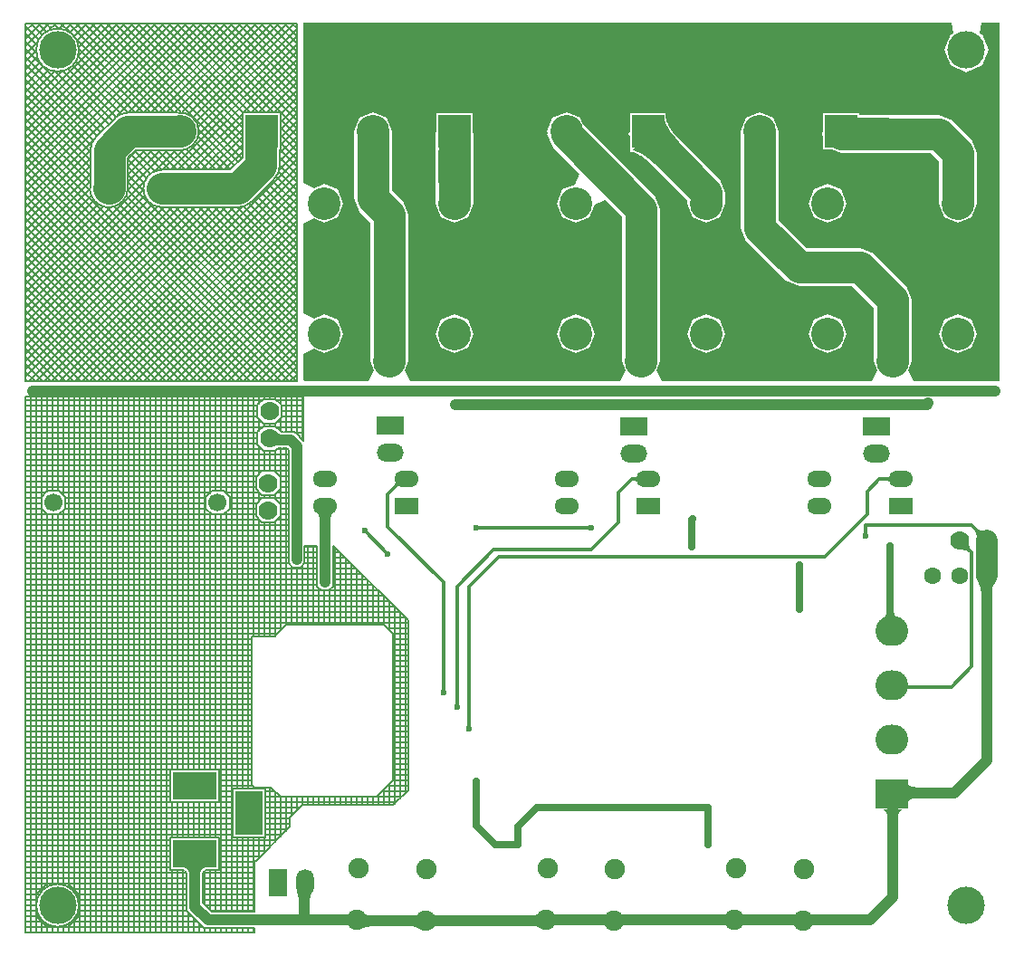
<source format=gbl>
G04*
G04 #@! TF.GenerationSoftware,Altium Limited,Altium Designer,19.0.12 (326)*
G04*
G04 Layer_Physical_Order=2*
G04 Layer_Color=16711680*
%FSTAX24Y24*%
%MOIN*%
G70*
G01*
G75*
%ADD18C,0.0080*%
%ADD70C,0.0276*%
%ADD71C,0.0394*%
%ADD72C,0.0118*%
%ADD73C,0.0787*%
%ADD74C,0.0700*%
%ADD75C,0.1200*%
%ADD76R,0.1200X0.1200*%
%ADD77O,0.1000X0.0650*%
%ADD78R,0.1000X0.0650*%
%ADD79R,0.0900X0.0600*%
%ADD80O,0.0900X0.0600*%
%ADD81R,0.1000X0.1600*%
%ADD82R,0.1600X0.1000*%
%ADD83C,0.0600*%
%ADD84C,0.0669*%
%ADD85C,0.0750*%
%ADD86C,0.0630*%
%ADD87R,0.0630X0.0630*%
%ADD88R,0.0650X0.1000*%
%ADD89O,0.0650X0.1000*%
%ADD90O,0.1200X0.1100*%
%ADD91R,0.1200X0.1100*%
%ADD92C,0.1378*%
%ADD93C,0.0236*%
%ADD94C,0.1181*%
G36*
X014853Y011007D02*
X014851Y011082D01*
X014845Y011149D01*
X014835Y011208D01*
X014822Y011259D01*
X014804Y011303D01*
X014782Y011338D01*
X014757Y011366D01*
X014727Y011385D01*
X014694Y011397D01*
X014656Y011401D01*
X015444D01*
X015406Y011397D01*
X015373Y011385D01*
X015343Y011366D01*
X015318Y011338D01*
X015296Y011303D01*
X015278Y011259D01*
X015265Y011208D01*
X015255Y011149D01*
X015249Y011082D01*
X015247Y011007D01*
X014853D01*
D02*
G37*
G36*
X018884Y01004D02*
X018883Y010108D01*
X01887Y010291D01*
X018863Y010344D01*
X018842Y010438D01*
X01883Y01048D01*
X018815Y010517D01*
X018799Y01055D01*
X019371Y010494D01*
X019353Y010469D01*
X019337Y010439D01*
X019323Y010403D01*
X019311Y010362D01*
X019301Y010316D01*
X019292Y010265D01*
X019281Y010147D01*
X019278Y010081D01*
X019277Y010009D01*
X018884Y01004D01*
D02*
G37*
G36*
X021546Y009228D02*
X021505Y009228D01*
X021399Y00922D01*
X02137Y009215D01*
X021343Y009209D01*
X02132Y009202D01*
X0213Y009194D01*
X021283Y009185D01*
X021268Y009175D01*
X021324Y009697D01*
X021338Y009683D01*
X021354Y00967D01*
X021374Y009659D01*
X021396Y009649D01*
X021422Y009641D01*
X021451Y009634D01*
X021482Y009629D01*
X021517Y009625D01*
X021596Y009622D01*
X021546Y009228D01*
D02*
G37*
G36*
X022996Y009622D02*
X023037Y009623D01*
X02311Y009628D01*
X023142Y009632D01*
X023171Y009638D01*
X023197Y009645D01*
X02322Y009654D01*
X023241Y009664D01*
X023258Y009675D01*
X023272Y009688D01*
Y009162D01*
X023258Y009175D01*
X023241Y009186D01*
X02322Y009196D01*
X023197Y009205D01*
X023171Y009212D01*
X023142Y009218D01*
X02311Y009222D01*
X023037Y009227D01*
X022996Y009228D01*
Y009622D01*
D02*
G37*
G36*
X024096Y009248D02*
X024055Y009247D01*
X023982Y009242D01*
X02395Y009237D01*
X023921Y00923D01*
X023895Y009223D01*
X023872Y009213D01*
X023852Y009203D01*
X023835Y009191D01*
X023821Y009177D01*
X023793Y009701D01*
X023808Y00969D01*
X023825Y00968D01*
X023846Y009671D01*
X023869Y009663D01*
X023895Y009657D01*
X023925Y009651D01*
X023957Y009647D01*
X02403Y009642D01*
X024071Y009642D01*
X024096Y009248D01*
D02*
G37*
G36*
X025209Y016673D02*
X025209Y01666D01*
X025211Y016638D01*
X025213Y016627D01*
X025215Y016618D01*
X025218Y01661D01*
X025221Y016602D01*
X025224Y016595D01*
X025228Y016589D01*
X025233Y016584D01*
X025067D01*
X025072Y016589D01*
X025076Y016595D01*
X025079Y016602D01*
X025082Y01661D01*
X025085Y016618D01*
X025087Y016627D01*
X025089Y016638D01*
X02509Y016649D01*
X025091Y016673D01*
X025209D01*
D02*
G37*
G36*
X024759Y017473D02*
X024759Y01746D01*
X024761Y017438D01*
X024763Y017427D01*
X024765Y017418D01*
X024768Y01741D01*
X024771Y017402D01*
X024774Y017395D01*
X024778Y017389D01*
X024783Y017384D01*
X024617D01*
X024622Y017389D01*
X024626Y017395D01*
X024629Y017402D01*
X024632Y01741D01*
X024635Y017418D01*
X024637Y017427D01*
X024639Y017438D01*
X02464Y017449D01*
X024641Y017473D01*
X024759D01*
D02*
G37*
G36*
X04355Y023396D02*
X043556Y023306D01*
X043562Y023266D01*
X043569Y02323D01*
X043578Y023197D01*
X04359Y023167D01*
X043602Y023141D01*
X043617Y023118D01*
X043634Y023099D01*
X04355Y023016D01*
X043531Y023032D01*
X043508Y023047D01*
X043482Y02306D01*
X043453Y023071D01*
X04342Y02308D01*
X043383Y023088D01*
X043343Y023094D01*
X043253Y0231D01*
X043203Y0231D01*
X043549Y023447D01*
X04355Y023396D01*
D02*
G37*
G36*
X044492Y021832D02*
X044472Y02182D01*
X044454Y021801D01*
X044439Y021773D01*
X044426Y021738D01*
X044416Y021695D01*
X044407Y021643D01*
X044402Y021584D01*
X044397Y021443D01*
X044003D01*
X044002Y021517D01*
X043993Y021643D01*
X043984Y021695D01*
X043974Y021738D01*
X043961Y021773D01*
X043946Y021801D01*
X043928Y02182D01*
X043908Y021832D01*
X043886Y021836D01*
X044514D01*
X044492Y021832D01*
D02*
G37*
G36*
X040789Y020867D02*
X040793Y020814D01*
X0408Y020767D01*
X04081Y020727D01*
X040822Y020694D01*
X040837Y020666D01*
X040855Y020646D01*
X040876Y020632D01*
X040899Y020625D01*
X040925Y020624D01*
X040375Y020577D01*
X040401Y020582D01*
X040424Y020594D01*
X040445Y020612D01*
X040463Y020636D01*
X040478Y020666D01*
X04049Y020702D01*
X0405Y020745D01*
X040507Y020794D01*
X040511Y020849D01*
X040512Y02091D01*
X040788Y020926D01*
X040789Y020867D01*
D02*
G37*
G36*
X041298Y018157D02*
X041301Y018147D01*
X041307Y018138D01*
X041315Y01813D01*
X041326Y018124D01*
X04134Y018118D01*
X041356Y018114D01*
X041375Y018111D01*
X041397Y01811D01*
X041422Y018109D01*
X04141Y017991D01*
X041386Y01799D01*
X041364Y017989D01*
X041344Y017986D01*
X041327Y017982D01*
X041313Y017976D01*
X0413Y01797D01*
X041291Y017962D01*
X041284Y017953D01*
X041279Y017943D01*
X041277Y017932D01*
X041298Y018168D01*
X041298Y018157D01*
D02*
G37*
G36*
X041306Y014506D02*
X041318Y014473D01*
X041338Y014443D01*
X041365Y014418D01*
X041401Y014396D01*
X041444Y014378D01*
X041495Y014365D01*
X041555Y014355D01*
X041622Y014349D01*
X041697Y014347D01*
Y013953D01*
X041622Y013951D01*
X041555Y013945D01*
X041495Y013935D01*
X041444Y013922D01*
X041401Y013904D01*
X041365Y013882D01*
X041338Y013857D01*
X041318Y013827D01*
X041306Y013794D01*
X041302Y013756D01*
Y014544D01*
X041306Y014506D01*
D02*
G37*
G36*
X041106Y013547D02*
X041073Y013535D01*
X041043Y013515D01*
X041018Y013488D01*
X040996Y013452D01*
X040978Y013409D01*
X040965Y013358D01*
X040955Y013299D01*
X040949Y013232D01*
X040947Y013157D01*
X040553D01*
X040551Y013232D01*
X040545Y013299D01*
X040535Y013358D01*
X040522Y013409D01*
X040504Y013452D01*
X040482Y013488D01*
X040457Y013515D01*
X040427Y013535D01*
X040394Y013547D01*
X040356Y013551D01*
X041144D01*
X041106Y013547D01*
D02*
G37*
G36*
X027727Y009189D02*
X027712Y0092D01*
X027695Y00921D01*
X027674Y009219D01*
X027651Y009227D01*
X027625Y009233D01*
X027595Y009239D01*
X027563Y009243D01*
X02749Y009248D01*
X027449Y009248D01*
X027424Y009642D01*
X027465Y009643D01*
X027538Y009648D01*
X02757Y009653D01*
X027599Y00966D01*
X027625Y009667D01*
X027648Y009677D01*
X027668Y009687D01*
X027685Y009699D01*
X027699Y009713D01*
X027727Y009189D01*
D02*
G37*
G36*
X044671Y0293D02*
X041525D01*
X041317Y029694D01*
X041464Y03005D01*
X041451Y030083D01*
Y032304D01*
X041244Y032802D01*
X040048Y033998D01*
X03955Y034204D01*
X037592D01*
X036554Y035242D01*
Y0384D01*
X036539Y038438D01*
X036564Y0385D01*
X036355Y039005D01*
X03585Y039214D01*
X035345Y039005D01*
X035136Y0385D01*
X035161Y038438D01*
X035146Y0384D01*
Y03495D01*
X035352Y034452D01*
X036802Y033002D01*
X0373Y032796D01*
X039258D01*
X040042Y032012D01*
Y030066D01*
X040036Y03005D01*
X040183Y029694D01*
X039975Y0293D01*
X032258D01*
X03205Y029694D01*
X032198Y03005D01*
X032187Y030075D01*
Y03565D01*
X031981Y036148D01*
X029319Y03881D01*
X029238Y039005D01*
X028733Y039214D01*
X028228Y039005D01*
X028019Y0385D01*
X028045Y038438D01*
X028029Y0384D01*
X028235Y037902D01*
X029209Y036928D01*
X029036Y036545D01*
X028578Y036355D01*
X028369Y03585D01*
X028578Y035345D01*
X029083Y035136D01*
X029588Y035345D01*
X029778Y035803D01*
X030161Y035976D01*
X030779Y035358D01*
Y030075D01*
X030769Y03005D01*
X030917Y029694D01*
X030709Y0293D01*
X022991D01*
X022783Y029694D01*
X022931Y03005D01*
X022921Y030075D01*
Y035428D01*
X022715Y035926D01*
X022321Y03632D01*
Y0384D01*
X022305Y038438D01*
X022331Y0385D01*
X022122Y039005D01*
X021617Y039214D01*
X021112Y039005D01*
X020902Y0385D01*
X020928Y038438D01*
X020913Y0384D01*
Y036028D01*
X021119Y03553D01*
X021513Y035137D01*
Y030075D01*
X021502Y03005D01*
X02165Y029694D01*
X021442Y0293D01*
X0191D01*
X01905Y02935D01*
Y030292D01*
X019444Y03049D01*
X019817Y030336D01*
X020322Y030545D01*
X020531Y03105D01*
X020322Y031555D01*
X019817Y031764D01*
X019444Y03161D01*
X01905Y031808D01*
Y035092D01*
X019444Y03529D01*
X019817Y035136D01*
X020322Y035345D01*
X020531Y03585D01*
X020322Y036355D01*
X019817Y036564D01*
X019444Y03641D01*
X01905Y036608D01*
Y042506D01*
X042916D01*
X042994Y042112D01*
X042891Y042069D01*
X042654Y041496D01*
X042891Y040923D01*
X043465Y040685D01*
X044038Y040923D01*
X044275Y041496D01*
X044038Y042069D01*
X043935Y042112D01*
X044013Y042506D01*
X044671D01*
Y0293D01*
D02*
G37*
G36*
X018095Y037895D02*
X018092Y037875D01*
X01809Y037842D01*
X018083Y037577D01*
X018081Y037241D01*
X0169D01*
X016901Y037901D01*
X018099D01*
X018095Y037895D01*
D02*
G37*
G36*
X018093Y027395D02*
X018106Y027385D01*
X018123Y027376D01*
X018143Y027368D01*
X018166Y027362D01*
X018192Y027356D01*
X018221Y027352D01*
X018289Y027347D01*
X018328Y027347D01*
X018258Y026953D01*
X018219Y026953D01*
X018094Y026945D01*
X018071Y026942D01*
X018052Y026938D01*
X018035Y026933D01*
X018022Y026928D01*
X018012Y026922D01*
X018082Y027407D01*
X018093Y027395D01*
D02*
G37*
G36*
X040625Y025582D02*
X040624Y025594D01*
X04062Y025604D01*
X040613Y025612D01*
X040603Y02562D01*
X040591Y025626D01*
X040576Y025632D01*
X040558Y025636D01*
X040537Y025639D01*
X040514Y02564D01*
X040488Y025641D01*
Y025759D01*
X040514Y02576D01*
X040537Y025761D01*
X040558Y025764D01*
X040576Y025768D01*
X040591Y025774D01*
X040603Y02578D01*
X040613Y025788D01*
X04062Y025796D01*
X040624Y025806D01*
X040625Y025818D01*
Y025582D01*
D02*
G37*
G36*
X031325D02*
X031324Y025594D01*
X03132Y025604D01*
X031313Y025612D01*
X031303Y02562D01*
X031291Y025626D01*
X031276Y025632D01*
X031258Y025636D01*
X031237Y025639D01*
X031214Y02564D01*
X031188Y025641D01*
Y025759D01*
X031214Y02576D01*
X031237Y025761D01*
X031258Y025764D01*
X031276Y025768D01*
X031291Y025774D01*
X031303Y02578D01*
X031313Y025788D01*
X03132Y025796D01*
X031324Y025806D01*
X031325Y025818D01*
Y025582D01*
D02*
G37*
G36*
X022589Y025423D02*
X02258Y02543D01*
X02257Y025434D01*
X022559Y025435D01*
X022547Y025434D01*
X022534Y025429D01*
X022519Y025422D01*
X022504Y025413D01*
X022487Y0254D01*
X022469Y025385D01*
X02245Y025367D01*
X022367Y02545D01*
X022385Y025469D01*
X0224Y025487D01*
X022413Y025504D01*
X022422Y025519D01*
X022429Y025534D01*
X022434Y025547D01*
X022435Y025559D01*
X022434Y02557D01*
X02243Y02558D01*
X022423Y025589D01*
X022589Y025423D01*
D02*
G37*
G36*
X020206Y024522D02*
X020172Y024506D01*
X020143Y02448D01*
X020117Y024444D01*
X020096Y024398D01*
X020078Y024341D01*
X020064Y024274D01*
X020055Y024196D01*
X020049Y024109D01*
X020047Y024011D01*
X019653D01*
X019651Y024109D01*
X019636Y024274D01*
X019622Y024341D01*
X019604Y024398D01*
X019583Y024444D01*
X019557Y02448D01*
X019528Y024506D01*
X019494Y024522D01*
X019457Y024527D01*
X020243D01*
X020206Y024522D01*
D02*
G37*
G36*
X029566Y023817D02*
X029561Y023822D01*
X029555Y023826D01*
X029548Y023829D01*
X02954Y023832D01*
X029532Y023835D01*
X029523Y023837D01*
X029512Y023839D01*
X029501Y02384D01*
X029477Y023841D01*
Y023959D01*
X02949Y023959D01*
X029512Y023961D01*
X029523Y023963D01*
X029532Y023965D01*
X02954Y023968D01*
X029548Y023971D01*
X029555Y023974D01*
X029561Y023978D01*
X029566Y023983D01*
Y023817D01*
D02*
G37*
G36*
X025489Y023978D02*
X025495Y023974D01*
X025502Y023971D01*
X02551Y023968D01*
X025518Y023965D01*
X025527Y023963D01*
X025538Y023961D01*
X025549Y02396D01*
X025573Y023959D01*
Y023841D01*
X02556Y023841D01*
X025538Y023839D01*
X025527Y023837D01*
X025518Y023835D01*
X02551Y023832D01*
X025502Y023829D01*
X025495Y023826D01*
X025489Y023822D01*
X025484Y023817D01*
Y023983D01*
X025489Y023978D01*
D02*
G37*
G36*
X043852Y023881D02*
X043868Y023868D01*
X04389Y023853D01*
X043916Y02384D01*
X043946Y023829D01*
X043979Y02382D01*
X044015Y023812D01*
X044055Y023806D01*
X044146Y0238D01*
X044196Y0238D01*
X044085Y023689D01*
X044086Y023688D01*
X044119Y02367D01*
X044148Y023657D01*
X044175Y023649D01*
X044199Y023647D01*
X044003Y02345D01*
X044Y023474D01*
X043992Y023501D01*
X043979Y023531D01*
X043962Y023563D01*
X043961Y023565D01*
X043849Y023454D01*
X043849Y023504D01*
X043843Y023594D01*
X043837Y023634D01*
X04383Y02367D01*
X04382Y023703D01*
X043809Y023733D01*
X043796Y023759D01*
X043782Y023782D01*
X043774Y023791D01*
X043746Y023819D01*
X04383Y023903D01*
X043852Y023881D01*
D02*
G37*
%LPC*%
G36*
X03951Y03916D02*
X03819D01*
Y038507D01*
X038146Y0384D01*
X03819Y038293D01*
Y03784D01*
X038502D01*
X03885Y037696D01*
X042158D01*
X042442Y037412D01*
Y035866D01*
X042436Y03585D01*
X042645Y035345D01*
X04315Y035136D01*
X043655Y035345D01*
X043864Y03585D01*
X043851Y035883D01*
Y037704D01*
X043644Y038202D01*
X042948Y038898D01*
X04245Y039104D01*
X03951D01*
Y03916D01*
D02*
G37*
G36*
X03835Y036564D02*
X037845Y036355D01*
X037636Y03585D01*
X037845Y035345D01*
X03835Y035136D01*
X038855Y035345D01*
X039064Y03585D01*
X038855Y036355D01*
X03835Y036564D01*
D02*
G37*
G36*
X032393Y03916D02*
X031073D01*
Y038507D01*
X031029Y0384D01*
X031073Y038293D01*
Y03784D01*
X031073D01*
X03107Y037808D01*
X03107Y037807D01*
X03107Y037801D01*
X03107Y037801D01*
X031078Y037781D01*
X031078Y037781D01*
X031084Y03776D01*
X031084Y03776D01*
X031087Y037759D01*
X031089Y037755D01*
X031089Y037755D01*
X031089Y037755D01*
X031089Y037755D01*
X031109Y037747D01*
X031128Y037737D01*
X031128Y037737D01*
X031199Y037729D01*
X031276Y037707D01*
X031366Y037668D01*
X03139Y037654D01*
X031467Y037612D01*
X031578Y037539D01*
X031656Y037482D01*
X033176Y035962D01*
Y035866D01*
X033169Y03585D01*
X033378Y035345D01*
X033883Y035136D01*
X034388Y035345D01*
X034598Y03585D01*
X034584Y035883D01*
Y036254D01*
X034378Y036752D01*
X032652Y038477D01*
X032594Y038555D01*
X032521Y038667D01*
X032466Y038768D01*
X032427Y038857D01*
X032404Y038934D01*
X032397Y039006D01*
X032393Y039012D01*
Y03916D01*
D02*
G37*
G36*
X025277D02*
X023957D01*
Y038507D01*
X023913Y0384D01*
Y035875D01*
X023902Y03585D01*
X024112Y035345D01*
X024617Y035136D01*
X025122Y035345D01*
X025331Y03585D01*
X025321Y035875D01*
Y0384D01*
X025277Y038507D01*
Y03916D01*
D02*
G37*
G36*
X04315Y031764D02*
X042645Y031555D01*
X042436Y03105D01*
X042645Y030545D01*
X04315Y030336D01*
X043655Y030545D01*
X043864Y03105D01*
X043655Y031555D01*
X04315Y031764D01*
D02*
G37*
G36*
X03835D02*
X037845Y031555D01*
X037636Y03105D01*
X037845Y030545D01*
X03835Y030336D01*
X038855Y030545D01*
X039064Y03105D01*
X038855Y031555D01*
X03835Y031764D01*
D02*
G37*
G36*
X033883D02*
X033378Y031555D01*
X033169Y03105D01*
X033378Y030545D01*
X033883Y030336D01*
X034388Y030545D01*
X034598Y03105D01*
X034388Y031555D01*
X033883Y031764D01*
D02*
G37*
G36*
X029083D02*
X028578Y031555D01*
X028369Y03105D01*
X028578Y030545D01*
X029083Y030336D01*
X029588Y030545D01*
X029798Y03105D01*
X029588Y031555D01*
X029083Y031764D01*
D02*
G37*
G36*
X024617D02*
X024112Y031555D01*
X023902Y03105D01*
X024112Y030545D01*
X024617Y030336D01*
X025122Y030545D01*
X025331Y03105D01*
X025122Y031555D01*
X024617Y031764D01*
D02*
G37*
%LPD*%
G36*
X039461Y038997D02*
X039496Y038996D01*
X04063Y038991D01*
Y037809D01*
X039449Y037801D01*
Y038999D01*
X039461Y038997D01*
D02*
G37*
G36*
X03234Y038922D02*
X032366Y038835D01*
X032407Y038739D01*
X032466Y038633D01*
X032541Y038518D01*
X032633Y038394D01*
X032867Y038116D01*
X033167Y037801D01*
X032332Y036966D01*
X03217Y037125D01*
X03174Y037501D01*
X031615Y037592D01*
X0315Y037668D01*
X031395Y037726D01*
X031298Y037768D01*
X031212Y037793D01*
X031135Y037801D01*
X032332Y038999D01*
X03234Y038922D01*
D02*
G37*
G36*
X025214Y037789D02*
X025213Y037754D01*
X025207Y03662D01*
X024026D01*
X024018Y037801D01*
X025215D01*
X025214Y037789D01*
D02*
G37*
D18*
X0152Y0385D02*
G03*
X014385Y039191I-0007J0D01*
G01*
Y037809D02*
G03*
X0152Y0385I000115J000691D01*
G01*
X017979Y036752D02*
G03*
X018181Y03723I-000488J000488D01*
G01*
X017978Y036752D02*
G03*
X018181Y03723I-000488J000489D01*
G01*
X01665Y035709D02*
G03*
X017139Y035912I0J000691D01*
G01*
X01665Y035709D02*
G03*
X017138Y035912I0J000691D01*
G01*
X01385Y037091D02*
G03*
X01385Y035709I0J-000691D01*
G01*
X012592Y039191D02*
G03*
X012103Y038988I0J-000691D01*
G01*
X012592Y039191D02*
G03*
X012104Y038988I0J-000691D01*
G01*
X012388Y03593D02*
G03*
X012591Y036418I-000488J000488D01*
G01*
X012388Y03593D02*
G03*
X012591Y036418I-000488J000489D01*
G01*
X010789Y041496D02*
G03*
X010789Y041496I-000789J0D01*
G01*
D02*
G03*
X010789Y041496I-000789J0D01*
G01*
X011412Y038297D02*
G03*
X011209Y037808I000488J-000489D01*
G01*
X011412Y038296D02*
G03*
X011209Y037808I000488J-000488D01*
G01*
Y036559D02*
G03*
X01237Y035912I000672J-000159D01*
G01*
X01Y010789D02*
G03*
X009211Y01I0J-000789D01*
G01*
X010789D02*
G03*
X01Y010789I-000789J0D01*
G01*
Y009211D02*
G03*
X010789Y01I0J000789D01*
G01*
X009211D02*
G03*
X01Y009211I000789J0D01*
G01*
X01805Y042479D02*
X0188Y041728D01*
X017767Y042479D02*
X0188Y041446D01*
X017484Y042479D02*
X0188Y041163D01*
X018615Y042479D02*
X0188Y042294D01*
X018332Y042479D02*
X0188Y042011D01*
X016855Y0392D02*
X0188Y041145D01*
X016635Y042479D02*
X0188Y040314D01*
X017138Y0392D02*
X0188Y040862D01*
X017201Y042479D02*
X0188Y04088D01*
X016918Y042479D02*
X0188Y040597D01*
X016353Y042479D02*
X0188Y040031D01*
X015787Y042479D02*
X0188Y039466D01*
X01607Y042479D02*
X0188Y039748D01*
X014974Y039015D02*
X018437Y042479D01*
X015504D02*
X0188Y039183D01*
X015221Y042479D02*
X0188Y0389D01*
X015182Y038658D02*
X0188Y042276D01*
X01519Y038383D02*
X0188Y041993D01*
X015101Y038859D02*
X01872Y042479D01*
X014938D02*
X0188Y038617D01*
X0182Y038565D02*
X0188Y039165D01*
X0182Y038848D02*
X0188Y039448D01*
X0182Y038934D02*
X0188Y038334D01*
X0182Y03913D02*
X0188Y03973D01*
X0182Y038848D02*
X0188Y039448D01*
X0182Y038651D02*
X0188Y038051D01*
X0182Y038282D02*
X0188Y038882D01*
X0182Y038086D02*
X0188Y037486D01*
X0182Y037905D02*
Y0392D01*
Y0378D02*
Y037892D01*
X017987Y0392D02*
X0188Y040013D01*
X017704Y0392D02*
X0188Y040296D01*
X0182Y037999D02*
X0188Y038599D01*
X017421Y0392D02*
X0188Y040579D01*
X0168Y0392D02*
X0182D01*
Y037803D02*
X0188Y037203D01*
X018184Y037417D02*
X0188Y038033D01*
X018171Y037121D02*
X0188Y03775D01*
X0182Y038369D02*
X0188Y037769D01*
X018188Y037704D02*
X0188Y038316D01*
X014587Y039195D02*
X017871Y042479D01*
X014373D02*
X017651Y0392D01*
X014655Y042479D02*
X017934Y0392D01*
X014018Y039191D02*
X017306Y042479D01*
X01409D02*
X017369Y0392D01*
X014805Y03913D02*
X018154Y042479D01*
X0143Y039191D02*
X017589Y042479D01*
X0168Y039145D02*
X016855Y0392D01*
X0168Y038491D02*
Y0392D01*
X013524Y042479D02*
X016803Y0392D01*
X013452Y039191D02*
X01674Y042479D01*
X013807D02*
X017086Y0392D01*
X012603Y039191D02*
X015892Y042479D01*
X013169Y039191D02*
X016457Y042479D01*
X013241D02*
X0168Y03892D01*
X012676Y042479D02*
X0168Y038354D01*
X013735Y039191D02*
X017023Y042479D01*
X012886Y039191D02*
X016174Y042479D01*
X012958D02*
X0168Y038637D01*
Y037905D02*
Y038491D01*
Y037905D02*
Y038491D01*
X018191Y0378D02*
X018192Y037836D01*
X0168Y0378D02*
Y037905D01*
Y0378D02*
Y037905D01*
X018185Y037576D02*
X018191Y0378D01*
X0168Y037527D02*
Y0378D01*
X018183Y03724D02*
X018185Y037576D01*
X016799Y037525D02*
X016799Y037901D01*
X016364Y037091D02*
X016799Y037525D01*
X012592Y039191D02*
X014385D01*
X012878Y037809D02*
X014385D01*
X012591Y037522D02*
X012878Y037809D01*
X012591Y037481D02*
X012919Y037809D01*
X015877Y037091D02*
X0168Y038013D01*
X015199Y038541D02*
X016507Y037233D01*
X01616Y037091D02*
X016799Y037729D01*
X015168Y03829D02*
X016365Y037092D01*
X012591Y037198D02*
X013202Y037809D01*
X018142Y037012D02*
X0188Y036354D01*
X018044Y036828D02*
X0188Y036071D01*
X017908Y036681D02*
X0188Y035789D01*
X018184Y037536D02*
X0188Y03692D01*
X018183Y037254D02*
X0188Y036637D01*
X017483Y036257D02*
X0188Y03494D01*
X017342Y036115D02*
X0188Y034657D01*
X017201Y035974D02*
X0188Y034374D01*
X017766Y03654D02*
X0188Y035506D01*
X017625Y036398D02*
X0188Y035223D01*
X017053Y035839D02*
X0188Y034092D01*
X016865Y035744D02*
X0188Y033809D01*
X015485Y035709D02*
X0188Y032395D01*
X01418Y037091D02*
X0188Y04171D01*
X014463Y037091D02*
X0188Y041427D01*
X014071Y035709D02*
X0188Y03098D01*
X013785Y035713D02*
X0188Y030697D01*
X014354Y035709D02*
X0188Y031263D01*
X015202Y035709D02*
X0188Y032112D01*
X014637Y035709D02*
X0188Y031546D01*
X017986Y0293D02*
X0188Y030114D01*
X017703Y0293D02*
X0188Y030397D01*
X018552Y0293D02*
X0188Y029548D01*
X016616Y035709D02*
X0188Y033526D01*
X016334Y035709D02*
X0188Y033243D01*
X017138Y0293D02*
X0188Y030962D01*
X016572Y0293D02*
X0188Y031528D01*
X017421Y0293D02*
X0188Y030679D01*
X016855Y0293D02*
X0188Y031245D01*
X018269Y0293D02*
X0188Y029831D01*
X016006Y0293D02*
X0188Y032094D01*
X014919Y035709D02*
X0188Y031829D01*
X016289Y0293D02*
X0188Y031811D01*
X016051Y035709D02*
X0188Y03296D01*
X015768Y035709D02*
X0188Y032677D01*
X014592Y0293D02*
X0188Y033508D01*
X013461Y0293D02*
X0188Y034639D01*
X015441Y0293D02*
X0188Y032659D01*
X013744Y0293D02*
X0188Y034356D01*
X015724Y0293D02*
X0188Y032376D01*
X014938Y037954D02*
X015801Y037091D01*
X014746D02*
X0168Y039145D01*
X014759Y03785D02*
X015518Y037091D01*
X014234Y037809D02*
X014953Y037091D01*
X014525Y0378D02*
X015235Y037091D01*
X0188Y0293D02*
Y042479D01*
X015029Y037091D02*
X0168Y038862D01*
X015312Y037091D02*
X0168Y038579D01*
X015595Y037091D02*
X0168Y038296D01*
X015074Y0381D02*
X016084Y037091D01*
X013951Y037809D02*
X01467Y037091D01*
X013897D02*
X014617Y03781D01*
X013668Y037809D02*
X014387Y037091D01*
X013102Y037809D02*
X013822Y03709D01*
X013385Y037809D02*
X014104Y037091D01*
X013542Y037018D02*
X014333Y037809D01*
X012591Y036632D02*
X013768Y037809D01*
X012849Y03778D02*
X013589Y037039D01*
X012591Y036915D02*
X013485Y037809D01*
X012707Y037639D02*
X013412Y036934D01*
X017139Y035912D02*
X017978Y036752D01*
X014875Y0293D02*
X0188Y033225D01*
X014309Y0293D02*
X0188Y033791D01*
X015158Y0293D02*
X0188Y032942D01*
X01385Y035709D02*
X01665D01*
X014026Y0293D02*
X0188Y034074D01*
X012591Y03719D02*
X013187Y036593D01*
X01385Y037091D02*
X016364D01*
X012591Y036418D02*
Y037522D01*
Y036907D02*
X013163Y036335D01*
X012612Y0293D02*
X0188Y035488D01*
X012895Y0293D02*
X0188Y035205D01*
X012591Y036624D02*
X0188Y030415D01*
X013178Y0293D02*
X0188Y034922D01*
X010979Y042479D02*
X014267Y039191D01*
X010696Y042479D02*
X013984Y039191D01*
X011261Y042479D02*
X014541Y039199D01*
X010768Y041315D02*
X011932Y042479D01*
X010413D02*
X013701Y039191D01*
X01211Y042479D02*
X016799Y03779D01*
X011827Y042479D02*
X01679Y037516D01*
X012393Y042479D02*
X0168Y038071D01*
X012195Y039065D02*
X015609Y042479D01*
X011544D02*
X016648Y037375D01*
X00882Y037388D02*
X013912Y042479D01*
X00882Y03767D02*
X013629Y042479D01*
X00882D02*
X0188D01*
X00882Y038519D02*
X01278Y042479D01*
X00882Y037953D02*
X013346Y042479D01*
X00882Y036256D02*
X015043Y042479D01*
X00882Y036539D02*
X01476Y042479D01*
X00882Y035973D02*
X015326Y042479D01*
X00882Y037105D02*
X014194Y042479D01*
X00882Y036822D02*
X014477Y042479D01*
X010788Y041538D02*
X013135Y039191D01*
X01076Y041283D02*
X012853Y039191D01*
X010781Y04161D02*
X011649Y042479D01*
X012591Y037473D02*
X013277Y036786D01*
X012587Y036345D02*
X014051Y037809D01*
X011412Y038297D02*
X012103Y038988D01*
X010674Y041086D02*
X01257Y03919D01*
X010598Y042011D02*
X013418Y039191D01*
X010548Y040929D02*
X012336Y039141D01*
X00882Y039085D02*
X012215Y042479D01*
X010386Y040808D02*
X012158Y039037D01*
X00882Y038802D02*
X012497Y042479D01*
X00882Y038236D02*
X013063Y042479D01*
X010183Y040729D02*
X012013Y038898D01*
X00882Y041526D02*
X011731Y038615D01*
X009917Y040711D02*
X011872Y038757D01*
X01004Y042284D02*
X010235Y042479D01*
X009847D02*
X010042Y042284D01*
X010275Y042236D02*
X010517Y042479D01*
X009564D02*
X009787Y042256D01*
X009698Y042225D02*
X009952Y042479D01*
X010606Y042001D02*
X011083Y042479D01*
X010459Y042138D02*
X0108Y042479D01*
X010716Y041828D02*
X011366Y042479D01*
X009281D02*
X00959Y04217D01*
X01013Y042479D02*
X010515Y042094D01*
X008999Y042479D02*
X009433Y042045D01*
X00882Y041913D02*
X009386Y042479D01*
X00882Y042374D02*
X009312Y041882D01*
X00882Y042196D02*
X009103Y042479D01*
X00882Y042091D02*
X009233Y041679D01*
X00882Y04163D02*
X009669Y042479D01*
X00882Y041808D02*
X009215Y041413D01*
X00882Y041347D02*
X009271Y041798D01*
X00882Y040394D02*
X011232Y037983D01*
X00882Y040111D02*
X011209Y037722D01*
X00882Y039828D02*
X011209Y037439D01*
X00882Y039263D02*
X011209Y036874D01*
X00882Y039546D02*
X011209Y037157D01*
X00882Y03898D02*
X011209Y036591D01*
X00882Y038697D02*
X011195Y036322D01*
X011209Y036559D02*
Y037808D01*
X00882Y040216D02*
X009495Y04089D01*
X00882Y040499D02*
X009358Y041037D01*
X00882Y039933D02*
X009668Y04078D01*
X00882Y041065D02*
X009212Y041456D01*
X00882Y040782D02*
X00926Y041222D01*
X00882Y04096D02*
X011448Y038333D01*
X00882Y041243D02*
X011589Y038474D01*
X00882Y040677D02*
X011318Y03818D01*
X00882Y039367D02*
X010181Y040728D01*
X00882Y03965D02*
X009886Y040715D01*
X012587Y036345D02*
X0188Y030132D01*
X012525Y036124D02*
X0188Y029849D01*
X012412Y035955D02*
X0188Y029566D01*
X012047Y0293D02*
X0188Y036053D01*
X012261Y035823D02*
X018783Y0293D01*
X011481D02*
X0188Y036619D01*
X011198Y0293D02*
X0188Y036902D01*
X011764Y0293D02*
X0188Y036336D01*
X010632Y0293D02*
X0188Y037468D01*
X010915Y0293D02*
X0188Y037185D01*
X00882Y036717D02*
X016238Y0293D01*
X00882Y037D02*
X016521Y0293D01*
X00882Y036434D02*
X015955Y0293D01*
X00882Y036152D02*
X015672Y0293D01*
X00882Y035869D02*
X015389Y0293D01*
X00882Y038131D02*
X017652Y0293D01*
X00882Y038414D02*
X017935Y0293D01*
X00882Y037849D02*
X017369Y0293D01*
X00882Y037566D02*
X017086Y0293D01*
X00882Y037283D02*
X016803Y0293D01*
X009501D02*
X01591Y035709D01*
X009218Y0293D02*
X015628Y035709D01*
X009784Y0293D02*
X016193Y035709D01*
X008935Y0293D02*
X015345Y035709D01*
X00882Y03502D02*
X014541Y0293D01*
X012329D02*
X0188Y035771D01*
X012066Y035735D02*
X0185Y0293D01*
X011804Y035714D02*
X018218Y0293D01*
X01035D02*
X016769Y03572D01*
X010067Y0293D02*
X016476Y035709D01*
X00882Y029468D02*
X015062Y035709D01*
X00882Y029751D02*
X014779Y035709D01*
X00882Y029468D02*
X015062Y035709D01*
X00882Y030317D02*
X014213Y035709D01*
X00882Y030034D02*
X014496Y035709D01*
X00882Y035303D02*
X014823Y0293D01*
X00882Y035586D02*
X015106Y0293D01*
X00882D02*
X0188D01*
X00882Y034737D02*
X014258Y0293D01*
X00882Y034454D02*
X013975Y0293D01*
X00882Y035408D02*
X011209Y037797D01*
X00882Y035691D02*
X011335Y038205D01*
X00882Y035125D02*
X011209Y037514D01*
X00882Y034842D02*
X011209Y037231D01*
X00882Y032296D02*
X013232Y036708D01*
X00882Y034559D02*
X011209Y036948D01*
X00882Y034276D02*
X011209Y036665D01*
X00882Y0293D02*
Y042479D01*
Y033993D02*
X011192Y036365D01*
X00882Y032862D02*
X011694Y035735D01*
X00882Y033145D02*
X0115Y035824D01*
X00882Y032579D02*
X011955Y035713D01*
X00882Y033711D02*
X011244Y036134D01*
X00882Y033428D02*
X011351Y035958D01*
X00882Y031165D02*
X013475Y03582D01*
X00882Y031448D02*
X013325Y035952D01*
X00882Y030882D02*
X013671Y035733D01*
X00882Y032014D02*
X013161Y036354D01*
X00882Y031731D02*
X013216Y036126D01*
X00882Y031626D02*
X011147Y0293D01*
X00882Y031909D02*
X011429Y0293D01*
X00882Y031343D02*
X010864Y0293D01*
X00882Y03106D02*
X010581Y0293D01*
X00882Y030778D02*
X010298Y0293D01*
X00882Y030212D02*
X009732Y0293D01*
X00882Y030495D02*
X010015Y0293D01*
X00882Y029929D02*
X009449Y0293D01*
X00882Y029646D02*
X009167Y0293D01*
X00882Y029363D02*
X008884Y0293D01*
X00882Y034172D02*
X013692Y0293D01*
X00882Y030599D02*
X013931Y035709D01*
X00882Y033889D02*
X013409Y0293D01*
X00882Y033606D02*
X013126Y0293D01*
X00882Y033323D02*
X012844Y0293D01*
X00882Y03304D02*
X012561Y0293D01*
X00882Y032757D02*
X012278Y0293D01*
X00882Y032475D02*
X011995Y0293D01*
X00882Y032192D02*
X011712Y0293D01*
X019Y02875D02*
X01905Y0287D01*
X0188Y027365D02*
Y02875D01*
X018718Y027447D02*
X018866Y027298D01*
X018765Y0274D02*
X01905D01*
X018718Y027447D02*
X018866Y027298D01*
X0186Y027447D02*
Y02875D01*
X018421Y027447D02*
X018718D01*
X018421D02*
X018718D01*
X018346D02*
X018421D01*
X019Y027165D02*
Y02875D01*
X01905Y027115D02*
Y0287D01*
X018948Y027216D02*
X01905Y027115D01*
X018965Y0272D02*
X01905D01*
X018948Y027216D02*
X01905Y027115D01*
X018866Y027298D02*
X018948Y027216D01*
X018421Y026853D02*
X018503Y026771D01*
Y022602D02*
Y026771D01*
X018268Y026853D02*
X018421D01*
X01825Y0284D02*
X01905D01*
X01825Y0282D02*
X01905D01*
X018075Y0286D02*
X01905D01*
X01825Y028D02*
X01905D01*
X018075Y0278D02*
X01905D01*
X018075Y0268D02*
X018474D01*
X018075Y0276D02*
X01905D01*
X018175Y0258D02*
X018503D01*
X017975Y026D02*
X018503D01*
X0182Y0246D02*
X018503D01*
X018175Y0248D02*
X018503D01*
X0182Y0244D02*
X018503D01*
X018075Y0242D02*
X018503D01*
X0182Y0254D02*
X018503D01*
X0182Y0256D02*
X018503D01*
X018075Y0252D02*
X018503D01*
X016332Y025D02*
X018503D01*
X020147Y0224D02*
X021D01*
X020147Y0222D02*
X0212D01*
X020147Y0226D02*
X0208D01*
X020147Y0218D02*
X0216D01*
X020147Y022D02*
X0214D01*
X020147Y0232D02*
X0202D01*
X020147Y021752D02*
Y02325D01*
Y0228D02*
X0206D01*
X020147Y023D02*
X0204D01*
X021Y02035D02*
Y0224D01*
X02015Y02325D02*
X0229Y0205D01*
X022Y02035D02*
Y0214D01*
X0218Y02035D02*
Y0216D01*
X0202Y02035D02*
Y0232D01*
X019998Y021603D02*
X020147Y021752D01*
X02Y02035D02*
Y021605D01*
X0198Y02035D02*
Y021603D01*
X019097Y0232D02*
X019553D01*
X019097Y023D02*
X019553D01*
X019097Y02325D02*
X019553D01*
X019097Y0228D02*
X019553D01*
X019095Y0226D02*
X019553D01*
X019097Y022602D02*
Y02325D01*
X018948Y022453D02*
X019097Y022602D01*
X018652Y022453D02*
X018948D01*
X018503Y022602D02*
X018652Y022453D01*
X0196Y02035D02*
Y021705D01*
X019553Y021752D02*
X019702Y021603D01*
X019998D01*
X0184Y02035D02*
X022D01*
X019553Y021752D02*
Y02325D01*
X0194Y02035D02*
Y02325D01*
X0188Y02035D02*
Y022453D01*
X0186Y02035D02*
Y022505D01*
X0182Y028475D02*
Y02875D01*
X01825Y027975D02*
Y028425D01*
X018025Y02865D02*
X01825Y028425D01*
X018025Y02765D02*
X01822Y027455D01*
X018025Y02775D02*
X01825Y027975D01*
X018Y02865D02*
Y02875D01*
X0178Y02865D02*
Y02875D01*
X0182Y027475D02*
Y027925D01*
X018Y02765D02*
Y02775D01*
X018293Y027449D02*
X018329Y027449D01*
X0184Y027447D02*
Y02875D01*
X018232Y027454D02*
X018293Y027449D01*
X0184Y02035D02*
Y026853D01*
X018222Y026851D02*
X018259Y026851D01*
X0182Y025775D02*
Y02685D01*
X01812Y026845D02*
X018222Y026851D01*
X018025Y02675D02*
X01812Y026845D01*
X018Y025975D02*
Y02675D01*
X017575Y02865D02*
X018025D01*
X0176D02*
Y02875D01*
X017575Y02775D02*
X018025D01*
X0178Y02765D02*
Y02775D01*
X0176Y02765D02*
Y02775D01*
X0174Y028475D02*
Y02875D01*
X01735Y028425D02*
X017575Y02865D01*
X01735Y027975D02*
X017575Y02775D01*
X01735Y027975D02*
Y028425D01*
X017575Y02765D02*
X018025D01*
X0174Y027475D02*
Y027925D01*
X01735Y026975D02*
X017575Y02675D01*
X01735Y027425D02*
X017575Y02765D01*
X0162Y025174D02*
Y02875D01*
X016Y02526D02*
Y02875D01*
X0174Y025875D02*
Y026925D01*
X01735Y026975D02*
Y027425D01*
X017975Y026D02*
X0182Y025775D01*
Y025325D02*
Y025775D01*
X017575Y02675D02*
X018025D01*
X0182Y025325D02*
Y025775D01*
X017975Y0251D02*
X0182Y025325D01*
X0178Y026D02*
Y02675D01*
X0176Y026D02*
Y02675D01*
Y025D02*
Y0251D01*
X017525Y025D02*
X017975D01*
X0182Y024775D02*
Y025325D01*
X017975Y025D02*
X0182Y024775D01*
Y024325D02*
Y024775D01*
X017975Y0241D02*
X0182Y024325D01*
X018Y024975D02*
Y025125D01*
X0178Y025D02*
Y0251D01*
X0182Y024325D02*
Y024775D01*
X017525Y0241D02*
X017975D01*
X017525Y026D02*
X017975D01*
X017525D02*
X017975D01*
X0173Y025775D02*
X017525Y026D01*
Y0251D02*
X017975D01*
X0173Y025325D02*
X017525Y0251D01*
X0173Y025325D02*
Y025775D01*
X016115Y02526D02*
X016332Y025043D01*
X0174Y024875D02*
Y025225D01*
X016174Y0252D02*
X017425D01*
X0173Y024775D02*
X017525Y025D01*
X016332Y0248D02*
X017325D01*
X0173Y024325D02*
X017525Y0241D01*
X016324Y0246D02*
X0173D01*
Y024325D02*
Y024775D01*
X016332Y024608D02*
Y025043D01*
X016124Y0244D02*
X0173D01*
X016115Y024391D02*
X016332Y024608D01*
X02235Y019D02*
X0229D01*
X02235Y0188D02*
X0229D01*
X02235Y0192D02*
X0229D01*
X02235Y0172D02*
X0229D01*
X02235Y0186D02*
X0229D01*
X02235Y0198D02*
X0229D01*
X02235Y02D02*
X0229D01*
X02235Y0194D02*
X0229D01*
X02235Y0196D02*
X0229D01*
X02235Y017D02*
X0229D01*
Y01425D02*
Y0205D01*
X02235Y0168D02*
X0229D01*
X02235Y0162D02*
X0229D01*
X02235Y0164D02*
X0229D01*
X0226Y01395D02*
Y0208D01*
X0224Y01375D02*
Y021D01*
X0228Y01415D02*
Y0206D01*
X02235Y0146D02*
Y02D01*
X0214Y02035D02*
Y022D01*
X0216Y02035D02*
Y0218D01*
X0212Y02035D02*
Y0222D01*
X0222Y02015D02*
Y0212D01*
X02215Y0202D02*
X0229D01*
X0204Y02035D02*
Y023D01*
X0192Y02035D02*
Y02325D01*
X0208Y02035D02*
Y0226D01*
X0206Y02035D02*
Y0228D01*
X02235Y0176D02*
X0229D01*
X02235Y0178D02*
X0229D01*
X02235Y0166D02*
X0229D01*
X02235Y0174D02*
X0229D01*
X02235Y0184D02*
X0229D01*
X022Y02035D02*
X02235Y02D01*
Y018D02*
X0229D01*
X02235Y0182D02*
X0229D01*
X02235Y015D02*
X0229D01*
X02235Y0148D02*
X0229D01*
X02235Y0152D02*
X0229D01*
X02235Y0146D02*
X0229D01*
X02215Y0144D02*
X0229D01*
X02235Y0158D02*
X0229D01*
X02235Y016D02*
X0229D01*
X02235Y0154D02*
X0229D01*
X02235Y0156D02*
X0229D01*
X02235Y0137D02*
X0229Y01425D01*
X02175Y014D02*
X02235Y0146D01*
X02195Y0142D02*
X02285D01*
X02175Y014D02*
X02265D01*
X0222Y0137D02*
Y01445D01*
X022Y0137D02*
Y01425D01*
X0218Y0137D02*
Y01405D01*
X0216Y0137D02*
Y014D01*
X0212Y0137D02*
Y014D01*
X0214Y0137D02*
Y014D01*
X0182D02*
X02175D01*
X0182D02*
X02175D01*
X01765Y0138D02*
X02245D01*
X0204Y0137D02*
Y014D01*
X0202Y0137D02*
Y014D01*
X0208Y0137D02*
Y014D01*
X0206Y0137D02*
Y014D01*
X02Y0137D02*
Y014D01*
X0198Y0137D02*
Y014D01*
X021Y0137D02*
Y014D01*
X019Y0137D02*
X02235D01*
X0192D02*
Y014D01*
X019Y0137D02*
Y014D01*
X0196Y0137D02*
Y014D01*
X0194Y0137D02*
Y014D01*
X019Y02035D02*
Y022505D01*
X0182Y02015D02*
Y024325D01*
X018Y01995D02*
Y024125D01*
Y0199D02*
Y01995D01*
X0184Y02035D01*
X0176Y0199D02*
Y0241D01*
X0174Y0199D02*
Y024225D01*
X018Y0199D02*
Y01995D01*
X0178Y0199D02*
Y0241D01*
X01785Y01435D02*
X0182Y014D01*
X0178Y01215D02*
Y01435D01*
X01725D02*
X01785D01*
X018Y01235D02*
Y0142D01*
X01765D02*
X018D01*
X0174Y0143D02*
Y01435D01*
X0172Y0199D02*
Y02875D01*
X01765Y0125D02*
Y0143D01*
X0176D02*
Y01435D01*
X01715Y0199D02*
X018D01*
X01715Y01445D02*
X01725Y01435D01*
X01595Y0146D02*
X01715D01*
X0172Y0143D02*
Y0144D01*
X01595D02*
X0172D01*
X0168Y0143D02*
Y02875D01*
X0166Y0143D02*
Y02875D01*
X01715Y01445D02*
Y0199D01*
X01595Y0148D02*
X01715D01*
X017Y0143D02*
Y02875D01*
X01645Y0143D02*
X01765D01*
X01645Y0125D02*
Y0143D01*
X01595Y0142D02*
X01645D01*
X0164Y009762D02*
Y02875D01*
X0162Y009762D02*
Y024476D01*
X016Y009762D02*
Y024391D01*
X01595Y0138D02*
Y015D01*
X0188Y0135D02*
Y014D01*
X0186Y0133D02*
Y014D01*
X01855Y01325D02*
X019Y0137D01*
X01765Y0134D02*
X0187D01*
X01765Y0136D02*
X0189D01*
X01855Y0129D02*
Y01325D01*
X01765Y014D02*
X0182D01*
X01765Y013D02*
X01855D01*
X01765Y0132D02*
X01855D01*
X0184Y01275D02*
Y014D01*
X0173Y01165D02*
X01855Y0129D01*
X01765Y0126D02*
X01825D01*
X01765Y0128D02*
X01845D01*
X0182Y01255D02*
Y014D01*
X0176Y01195D02*
Y0125D01*
X0174Y01175D02*
Y0125D01*
X01725Y01165D02*
X0173D01*
X017Y009762D02*
Y0125D01*
X0172Y009762D02*
Y0125D01*
X01645D02*
X01765D01*
X01725Y009762D02*
Y01165D01*
X01595Y0116D02*
X01725D01*
X01595Y0138D02*
X01645D01*
X01595Y014D02*
X01645D01*
X0168Y009762D02*
Y0125D01*
X0166Y009762D02*
Y0125D01*
X017Y009017D02*
Y009168D01*
X0168Y009017D02*
Y009168D01*
X01725Y009017D02*
Y009168D01*
X0172Y009017D02*
Y009168D01*
X0162Y009017D02*
Y009168D01*
X016Y009017D02*
Y009168D01*
X0166Y009017D02*
Y009168D01*
X0164Y009017D02*
Y009168D01*
X00882Y0234D02*
X018503D01*
X00882Y0232D02*
X018503D01*
X00882Y0236D02*
X018503D01*
X00882Y0228D02*
X018503D01*
X00882Y023D02*
X018503D01*
X00882Y0242D02*
X017425D01*
X00882Y0254D02*
X0173D01*
X00882Y0238D02*
X018503D01*
X00882Y024D02*
X018503D01*
X00882Y0216D02*
X0218D01*
X00882Y0214D02*
X022D01*
X00882Y0218D02*
X019553D01*
X00882Y021D02*
X0224D01*
X00882Y0212D02*
X0222D01*
X00882Y0224D02*
X019553D01*
X00882Y0226D02*
X018505D01*
X00882Y022D02*
X019553D01*
X00882Y0222D02*
X019553D01*
X00882Y0286D02*
X017525D01*
X00882Y0278D02*
X017525D01*
X00882Y02875D02*
X019D01*
X00882Y0272D02*
X01735D01*
X00882Y0276D02*
X017525D01*
X00882Y0282D02*
X01735D01*
X00882Y0284D02*
X01735D01*
X00882Y0274D02*
X01735D01*
X00882Y028D02*
X01735D01*
X00882Y0266D02*
X018503D01*
X00882Y0268D02*
X017525D01*
X00882Y0262D02*
X018503D01*
X00882Y0264D02*
X018503D01*
X00882Y026D02*
X017525D01*
X00882Y027D02*
X01735D01*
X00882Y0256D02*
X0173D01*
X00882Y0258D02*
X017325D01*
X00882Y0206D02*
X0228D01*
X00882Y0204D02*
X0229D01*
X00882Y0208D02*
X0226D01*
X00882Y0196D02*
X01715D01*
X00882Y0202D02*
X01825D01*
X00882Y0192D02*
X01715D01*
X00882Y0194D02*
X01715D01*
X00882Y0188D02*
X01715D01*
X00882Y019D02*
X01715D01*
X01595Y0124D02*
X01805D01*
X00882Y0184D02*
X01715D01*
X01595Y012D02*
X01765D01*
X01595Y0122D02*
X01785D01*
X00882Y0182D02*
X01715D01*
X00882Y0186D02*
X01715D01*
X01595Y015D02*
X01715D01*
X00882Y018D02*
X01715D01*
X00882Y0198D02*
X01715D01*
X00882Y0178D02*
X01715D01*
X00882Y02D02*
X01805D01*
X00882Y0174D02*
X01715D01*
X00882Y0176D02*
X01715D01*
X00882Y017D02*
X01715D01*
X00882Y0172D02*
X01715D01*
X00882Y0166D02*
X01715D01*
X00882Y0168D02*
X01715D01*
X00882Y0162D02*
X01715D01*
X00882Y0164D02*
X01715D01*
X00882Y0158D02*
X01715D01*
X00882Y016D02*
X01715D01*
X00882Y0154D02*
X01715D01*
X00882Y0156D02*
X01715D01*
X00882Y013D02*
X01645D01*
X00882Y0152D02*
X01715D01*
X01568Y02526D02*
X016115D01*
X0158D02*
Y02875D01*
X0156Y02518D02*
Y02875D01*
X015463Y025043D02*
X01568Y02526D01*
X010261Y0246D02*
X01547D01*
X015463Y024608D02*
Y025043D01*
X010269Y024608D02*
Y025043D01*
Y0248D02*
X015463D01*
X010269Y025D02*
X015463D01*
X0152Y015D02*
Y02875D01*
X0154Y015D02*
Y02875D01*
X015Y015D02*
Y02875D01*
X0156Y015D02*
Y02447D01*
X015463Y024608D02*
X01568Y024391D01*
X0144Y015D02*
Y02875D01*
X0142Y015D02*
Y02875D01*
X0148Y015D02*
Y02875D01*
X0146Y015D02*
Y02875D01*
X01Y02526D02*
Y02875D01*
X0102Y025111D02*
Y02875D01*
X0098Y02526D02*
Y02875D01*
X010111Y0252D02*
X01562D01*
X009617Y02526D02*
X010052D01*
X0096Y025243D02*
Y02875D01*
X0094Y025043D02*
Y02875D01*
X0094Y025043D02*
X009617Y02526D01*
X00882Y0252D02*
X009557D01*
X010052Y024391D02*
X010269Y024608D01*
X010052Y02526D02*
X010269Y025043D01*
X0094Y024608D02*
X009617Y024391D01*
X00882Y0244D02*
X009607D01*
X0094Y024608D02*
Y025043D01*
X00882Y025D02*
X0094D01*
X00882Y0246D02*
X009407D01*
X00882Y0248D02*
X0094D01*
X01568Y024391D02*
X016115D01*
X01415Y015D02*
X01595D01*
X01415D02*
X01595D01*
X01415Y0138D02*
X01595D01*
X01415D02*
X01595D01*
X0158Y015D02*
Y024391D01*
X01415Y0138D02*
Y015D01*
X0154Y0125D02*
Y0138D01*
X0152Y0125D02*
Y0138D01*
X0156Y0125D02*
Y0138D01*
X015Y0125D02*
Y0138D01*
X0158Y0125D02*
Y0138D01*
X01415Y0125D02*
X01595D01*
X0144D02*
Y0138D01*
X0142Y0125D02*
Y0138D01*
X0148Y0125D02*
Y0138D01*
X0146Y0125D02*
Y0138D01*
X010061Y0244D02*
X01567D01*
X00882Y015D02*
X01415D01*
X00882Y0148D02*
X01415D01*
X00882Y014D02*
X01415D01*
X00882Y0146D02*
X01415D01*
X009617Y024391D02*
X010052D01*
X00882Y0144D02*
X01415D01*
X00882Y0138D02*
X01415D01*
X00882Y0142D02*
X01415D01*
X00882Y0134D02*
X01645D01*
X00882Y0136D02*
X01645D01*
X00882Y0128D02*
X01645D01*
X00882Y0132D02*
X01645D01*
X00882Y0124D02*
X01415D01*
X00882Y0126D02*
X01645D01*
X00882Y012D02*
X01415D01*
X00882Y0122D02*
X01415D01*
X01595Y0118D02*
X01745D01*
X01595Y0114D02*
X01725D01*
X01595Y0113D02*
Y0125D01*
X015455Y0113D02*
X01595D01*
X015368Y0112D02*
X01725D01*
X015375Y011227D02*
X015387Y011257D01*
X015364Y011187D02*
X015375Y011227D01*
X015356Y011136D02*
X015364Y011187D01*
X014744Y011136D02*
X014749Y011076D01*
X0156Y009845D02*
Y0113D01*
X0158Y009762D02*
Y0113D01*
X0154Y010045D02*
Y011277D01*
X015351Y011076D02*
X015356Y011136D01*
X015348Y011D02*
X01725D01*
X015349Y011005D02*
X015351Y011076D01*
X014749D02*
X014751Y011005D01*
X015347Y010098D02*
Y010996D01*
X014753Y010098D02*
Y010996D01*
X014713Y011257D02*
X014725Y011227D01*
X014736Y011187D01*
X01415Y0113D02*
X014645D01*
X014736Y011187D02*
X014744Y011136D01*
X00882Y0112D02*
X014732D01*
X01415Y0113D02*
Y0125D01*
X00882Y0118D02*
X01415D01*
X00882Y0114D02*
X01415D01*
X00882Y0116D02*
X01415D01*
X0144Y009017D02*
Y0113D01*
X0142Y009017D02*
Y0113D01*
X0146Y009017D02*
Y0113D01*
X00882Y011D02*
X014752D01*
X0136Y009017D02*
Y02875D01*
X0134Y009017D02*
Y02875D01*
X014Y009017D02*
Y02875D01*
X0138Y009017D02*
Y02875D01*
X015347Y0106D02*
X01725D01*
X015347Y0104D02*
X01725D01*
X015347Y0108D02*
X01725D01*
X015445Y01D02*
X01725D01*
X015347Y0102D02*
X01725D01*
X015645Y0098D02*
X01725D01*
X015347Y010098D02*
X015683Y009762D01*
Y009168D02*
X01725D01*
X015683Y009762D02*
X01725D01*
X0156Y009017D02*
Y009168D01*
X015387D02*
X015683D01*
X0158Y009017D02*
Y009168D01*
X015387D02*
X015683D01*
X015238Y009317D02*
X015387Y009168D01*
X0152Y009017D02*
Y009355D01*
X0154Y009017D02*
Y009168D01*
X015238Y009317D02*
X015387Y009168D01*
X014753Y009802D02*
Y010098D01*
Y009802D02*
Y010098D01*
X010789Y01D02*
X014753D01*
Y009802D02*
X014902Y009653D01*
X010789Y0098D02*
X014755D01*
X010583Y0106D02*
X014753D01*
X00882Y0108D02*
X014753D01*
X010789Y0102D02*
X014753D01*
X010783Y0104D02*
X014753D01*
X014902Y009653D02*
X015238Y009317D01*
X010583Y0094D02*
X015155D01*
X00882Y009017D02*
X01725D01*
X00882Y0092D02*
X015355D01*
X0148Y009017D02*
Y009755D01*
X014753Y009802D02*
X014902Y009653D01*
X015Y009017D02*
Y009555D01*
X010783Y0096D02*
X014955D01*
X0112Y009017D02*
Y02875D01*
X0114Y009017D02*
Y02875D01*
X011Y009017D02*
Y02875D01*
X0108Y009017D02*
Y02875D01*
X0106Y010512D02*
Y010583D01*
Y02875D01*
X0104Y010783D02*
Y02875D01*
X010512Y0106D02*
X010583D01*
X0104Y01068D02*
Y010783D01*
X0126Y009017D02*
Y02875D01*
X0128Y009017D02*
Y02875D01*
X0124Y009017D02*
Y02875D01*
X0132Y009017D02*
Y02875D01*
X013Y009017D02*
Y02875D01*
X0118Y009017D02*
Y02875D01*
X0116Y009017D02*
Y02875D01*
X0122Y009017D02*
Y02875D01*
X012Y009017D02*
Y02875D01*
X01Y010789D02*
Y024391D01*
X0102Y010789D02*
Y024539D01*
X0098Y010789D02*
Y024391D01*
X01Y010789D02*
X010394D01*
X009606D02*
X01D01*
X0096Y01068D02*
Y010783D01*
Y024407D01*
X009417Y0106D02*
X009488D01*
X00882D02*
X009417D01*
X009211Y010394D02*
X009606Y010789D01*
X010394D02*
X010789Y010394D01*
X009Y009017D02*
Y02875D01*
X00882Y009017D02*
Y02875D01*
X0094Y010583D02*
Y024607D01*
X0092Y009017D02*
Y02875D01*
X010789Y01D02*
Y010394D01*
Y009606D02*
Y01D01*
X01068Y0104D02*
X010783D01*
X01068Y0096D02*
X010783D01*
X0106Y009417D02*
Y009488D01*
X010512Y0094D02*
X010583D01*
X0104Y009217D02*
Y00932D01*
X01Y009211D02*
X010394D01*
X0106Y009017D02*
Y009417D01*
X010394Y009211D02*
X010789Y009606D01*
X0104Y009017D02*
Y009217D01*
X0102Y009017D02*
Y009211D01*
X0098Y009017D02*
Y009211D01*
X0096Y009017D02*
Y009217D01*
X01Y009017D02*
Y009211D01*
X009606D02*
X01D01*
X0094Y010512D02*
Y010583D01*
X009217Y0104D02*
X00932D01*
X00882D02*
X009217D01*
Y0096D02*
X00932D01*
X00882Y0102D02*
X009211D01*
Y009606D02*
Y01D01*
Y010394D01*
X00882Y0098D02*
X009211D01*
X00882Y01D02*
X009211D01*
Y009606D02*
X009606Y009211D01*
X0096Y009217D02*
Y00932D01*
X009417Y0094D02*
X009488D01*
X0094Y009417D02*
Y009488D01*
X00882Y0096D02*
X009217D01*
X0094Y009017D02*
Y009417D01*
X00882Y0094D02*
X009417D01*
D70*
X03335Y0232D02*
Y024218D01*
X033382Y02425D01*
X0373Y0209D02*
Y02255D01*
X02765Y0136D02*
X03395D01*
Y012252D02*
Y0136D01*
X02695Y0129D02*
X02765Y0136D01*
X02695Y01225D02*
Y0129D01*
X0261Y01225D02*
X02695D01*
X025406Y012944D02*
X0261Y01225D01*
X025406Y012944D02*
Y014574D01*
X04065Y02025D02*
Y02325D01*
Y02025D02*
X040746Y020154D01*
D71*
X042Y02845D02*
X04205Y0285D01*
X0332Y02845D02*
X042D01*
X04075Y0103D02*
Y01415D01*
X03493Y009465D02*
X039915D01*
X02798D02*
X03493D01*
X015535D02*
X02103D01*
X009068Y02895D02*
X0445Y02895D01*
X02465Y02845D02*
X0332D01*
X0188Y02275D02*
Y026919D01*
X018569Y02715D02*
X0188Y026919D01*
X01785Y02715D02*
X018569D01*
X0178Y0272D02*
X01785Y02715D01*
X019081Y009581D02*
Y010831D01*
X018975Y009475D02*
X019081Y009581D01*
X01505Y00995D02*
X015535Y009465D01*
X039915D02*
X04075Y0103D01*
X02796Y009445D02*
X02798Y009465D01*
X02356Y009445D02*
X02796D01*
X02354Y009425D02*
X02356Y009445D01*
X02103Y009465D02*
X02107Y009425D01*
X02354D01*
X0442Y02215D02*
X0442Y02215D01*
X044199Y02345D02*
X0442Y02345D01*
X0442Y01535D02*
Y02215D01*
X01985Y0219D02*
Y0247D01*
X034862Y009633D02*
X03495Y009545D01*
X019081Y010831D02*
X0191Y01085D01*
X01505Y00995D02*
Y0119D01*
X03742Y009545D02*
X03744Y009525D01*
X043Y01415D02*
X0442Y01535D01*
X04075Y01415D02*
X043D01*
D72*
X0213Y0238D02*
X02215Y02295D01*
X0242Y01785D02*
Y0219D01*
X02215Y02395D02*
X0242Y0219D01*
X02215Y02395D02*
Y02515D01*
X03975Y023999D02*
X04365D01*
X03975Y0236D02*
Y023999D01*
X04365D02*
X044199Y02345D01*
X0254Y0239D02*
X02965D01*
X03065Y0241D02*
Y0252D01*
X02965Y0231D02*
X03065Y0241D01*
X02605Y0231D02*
X02965D01*
X03065Y0252D02*
X03115Y0257D01*
X0247Y02175D02*
X02605Y0231D01*
X0247Y0173D02*
Y02175D01*
X03825Y02285D02*
X0398Y0244D01*
X02625Y02285D02*
X03825D01*
X02515Y02175D02*
X02625Y02285D01*
X02515Y0165D02*
Y02175D01*
X03115Y0257D02*
X03175D01*
X04085Y01805D02*
X0429D01*
X040749Y018151D02*
X04085Y01805D01*
X0429D02*
X04365Y0188D01*
Y022999D01*
X043199Y02345D02*
X04365Y022999D01*
X0398Y02525D02*
X04025Y0257D01*
X04105D01*
X0398Y0244D02*
Y02525D01*
X02215Y02515D02*
X0227Y0257D01*
X02285D01*
D73*
X0442Y02215D02*
Y02345D01*
D74*
X043199Y02345D02*
D03*
X044199Y02345D02*
D03*
X0178Y0282D02*
D03*
X0178Y0272D02*
D03*
X01775Y02555D02*
D03*
X01775Y02455D02*
D03*
D75*
X03835Y03105D02*
D03*
X04315Y03585D02*
D03*
X04075Y03005D02*
D03*
X03835Y03585D02*
D03*
X04315Y03105D02*
D03*
X029083D02*
D03*
X033883Y03585D02*
D03*
X031483Y03005D02*
D03*
X029083Y03585D02*
D03*
X033883Y03105D02*
D03*
X019817D02*
D03*
X024617Y03585D02*
D03*
X022217Y03005D02*
D03*
X019817Y03585D02*
D03*
X024617Y03105D02*
D03*
X0145Y0385D02*
D03*
X021617D02*
D03*
X028733D02*
D03*
X03585D02*
D03*
D76*
X0175D02*
D03*
X024617D02*
D03*
X031733D02*
D03*
X03885D02*
D03*
D77*
X04015Y02665D02*
D03*
X0312D02*
D03*
X02225Y026659D02*
D03*
D78*
X04015Y02765D02*
D03*
X0312D02*
D03*
X02225Y027659D02*
D03*
D79*
X04105Y0247D02*
D03*
X03175D02*
D03*
X02285D02*
D03*
D80*
X04105Y0257D02*
D03*
X03805D02*
D03*
Y0247D02*
D03*
X03175Y0257D02*
D03*
X02875D02*
D03*
Y0247D02*
D03*
X02285Y0257D02*
D03*
X01985D02*
D03*
Y0247D02*
D03*
D81*
X01705Y0134D02*
D03*
D82*
X01505Y0119D02*
D03*
Y0144D02*
D03*
D83*
X01385Y0364D02*
D03*
X011882D02*
D03*
D84*
X015897Y024825D02*
D03*
X009834D02*
D03*
D85*
X03499Y011375D02*
D03*
X03744Y009425D02*
D03*
X03747Y011345D02*
D03*
X03493Y009465D02*
D03*
X02109Y011375D02*
D03*
X02354Y009425D02*
D03*
X02357Y011345D02*
D03*
X02103Y009465D02*
D03*
X02804Y011375D02*
D03*
X03049Y009425D02*
D03*
X03052Y011345D02*
D03*
X02798Y009465D02*
D03*
D86*
X0422Y02215D02*
D03*
X0432D02*
D03*
D87*
X0442D02*
D03*
D88*
X0181Y01085D02*
D03*
D89*
X0191D02*
D03*
D90*
X040704Y016099D02*
D03*
X040704Y0181D02*
D03*
X0407Y020103D02*
D03*
D91*
X040704Y014099D02*
D03*
D92*
X043465Y041496D02*
D03*
Y01D02*
D03*
X01Y041496D02*
D03*
Y01D02*
D03*
D93*
X03335Y0232D02*
D03*
X0213Y0238D02*
D03*
X02215Y02295D02*
D03*
X03975Y0236D02*
D03*
X04205Y0285D02*
D03*
X033382Y02425D02*
D03*
X0373Y02255D02*
D03*
Y0209D02*
D03*
X02965Y0239D02*
D03*
X0254D02*
D03*
X03395Y012252D02*
D03*
X02695Y01225D02*
D03*
X025406Y014574D02*
D03*
X04065Y02325D02*
D03*
X0332Y02845D02*
D03*
X02465D02*
D03*
X02515Y0165D02*
D03*
X0247Y0173D02*
D03*
X0242Y01785D02*
D03*
X01985Y0219D02*
D03*
X0188Y02275D02*
D03*
D94*
X031483Y03005D02*
Y03565D01*
X0119Y037808D02*
X012592Y0385D01*
X0119Y036418D02*
Y037808D01*
X011882Y0364D02*
X0119Y036418D01*
X012592Y0385D02*
X0145D01*
X01665Y0364D02*
X017491Y037241D01*
Y038491D01*
X0175Y0385D01*
X01385Y0364D02*
X01665D01*
X03885Y0384D02*
X04245D01*
X043146Y037704D01*
Y035854D02*
Y037704D01*
Y035854D02*
X04315Y03585D01*
X03585Y03495D02*
Y0384D01*
Y03495D02*
X0373Y0335D01*
X03955D01*
X040746Y032304D01*
Y030054D02*
Y032304D01*
Y030054D02*
X04075Y03005D01*
X03388Y035854D02*
X033883Y03585D01*
X03388Y035854D02*
Y036254D01*
X031733Y0384D02*
X03388Y036254D01*
X028733Y0384D02*
X031483Y03565D01*
X024617Y03585D02*
Y0384D01*
X021617Y036028D02*
X022217Y035428D01*
Y03005D02*
Y035428D01*
X021617Y036028D02*
Y0384D01*
M02*

</source>
